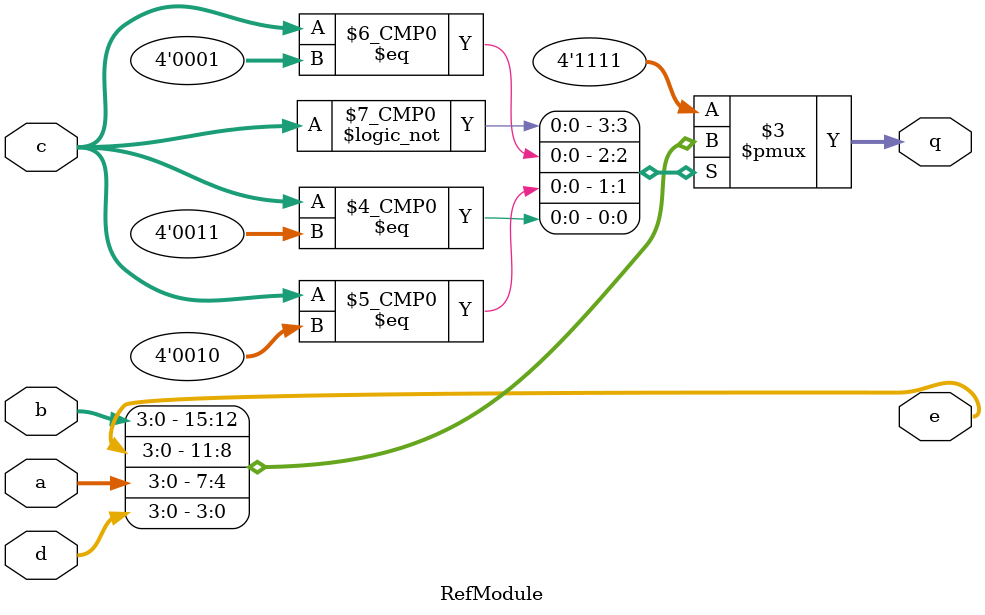
<source format=sv>

module RefModule (
  input [3:0] a,
  input [3:0] b,
  input [3:0] c,
  input [3:0] d,
  output [3:0] e,
  output reg [3:0] q
);

  always @(*)
    case (c)
      0: q = b;
      1: q = e;
      2: q = a;
      3: q = d;
      default: q = 4'hf;
    endcase

endmodule


</source>
